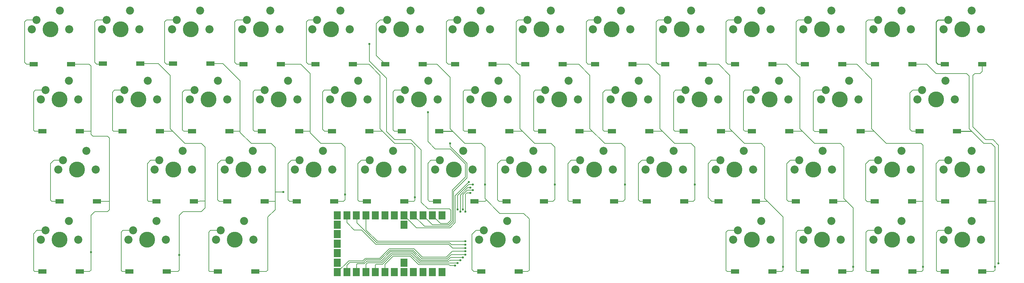
<source format=gtl>
G04 ---------------------------- Layer name :TOP LAYER*
G04 easyEDA 0.1*
G04 Scale: 100 percent, Rotated: No, Reflected: No *
G04 Dimensions in inches *
G04 leading zeros omitted , absolute positions ,2 integer and 4 * 
%FSLAX24Y24*%
%MOIN*%
G90*
G70D02*

%ADD10C,0.010000*%
%ADD11C,0.007874*%
%ADD12C,0.023600*%
%ADD13R,0.085900X0.047700*%
%ADD14R,0.076200X0.086400*%
%ADD15C,0.170000*%
%ADD17C,0.086000*%
%ADD19C,0.087000*%

%LPD*%
%LNVIA PAD TRACK COPPERAREA*%
G54D11*
G01X34126Y52348D02*
G01X33015Y52348D01*
G01X32834Y52166D01*
G01X32834Y48151D01*
G01X33031Y47954D01*
G01X33826Y47954D01*
G01X33827Y47954D01*
G01X26626Y52348D02*
G01X25574Y52348D01*
G01X25393Y52166D01*
G01X25393Y48111D01*
G01X25551Y47954D01*
G01X26346Y47954D01*
G01X26347Y47954D01*
G01X19126Y52348D02*
G01X18054Y52348D01*
G01X17834Y52127D01*
G01X17834Y48111D01*
G01X17992Y47954D01*
G01X18865Y47954D01*
G01X18865Y47954D01*
G01X48898Y41655D02*
G01X48306Y41655D01*
G01X47834Y41182D01*
G01X47834Y39608D01*
G01X47835Y39608D01*
G01X48622Y41379D02*
G01X48267Y41379D01*
G01X48110Y41222D01*
G01X48110Y39372D01*
G01X48110Y39372D01*
G01X11626Y52348D02*
G01X10574Y52348D01*
G01X10354Y52127D01*
G01X10354Y48072D01*
G01X10472Y47954D01*
G01X11424Y47954D01*
G01X11425Y47954D01*
G01X3188Y52348D02*
G01X2110Y52348D01*
G01X1929Y52166D01*
G01X1929Y48072D01*
G01X2047Y47954D01*
G01X2881Y47954D01*
G01X2881Y47954D01*
G01X52874Y44848D02*
G01X51893Y44848D01*
G01X51535Y44489D01*
G01X51535Y40631D01*
G01X51692Y40474D01*
G01X52488Y40474D01*
G01X52489Y40474D01*
G01X2251Y59848D02*
G01X1185Y59848D01*
G01X984Y59647D01*
G01X984Y55316D01*
G01X1181Y55119D01*
G01X1936Y55119D01*
G01X1937Y55120D01*
G01X6881Y47954D02*
G01X8070Y47950D01*
G01X8693Y40474D02*
G01X10039Y40471D01*
G01X9751Y59848D02*
G01X8665Y59848D01*
G01X8464Y59647D01*
G01X8464Y55316D01*
G01X8661Y55119D01*
G01X9267Y55119D01*
G01X9345Y55198D01*
G01X5937Y55120D02*
G01X7873Y55120D01*
G01X8070Y54922D01*
G01X8070Y47639D01*
G01X8267Y47442D01*
G01X9842Y47442D01*
G01X10039Y47245D01*
G01X10039Y39568D01*
G01X9842Y39371D01*
G01X8464Y39371D01*
G01X8070Y38978D01*
G01X8070Y35041D01*
G01X17252Y59848D02*
G01X16145Y59848D01*
G01X15944Y59647D01*
G01X15944Y55316D01*
G01X16141Y55119D01*
G01X16747Y55119D01*
G01X16827Y55199D01*
G01X24752Y59848D02*
G01X23626Y59848D01*
G01X23425Y59647D01*
G01X23425Y55316D01*
G01X23622Y55119D01*
G01X24377Y55119D01*
G01X24377Y55120D01*
G01X32252Y59848D02*
G01X31303Y59848D01*
G01X31102Y59647D01*
G01X31102Y55316D01*
G01X31299Y55119D01*
G01X32054Y55119D01*
G01X32054Y55120D01*
G01X47252Y59848D02*
G01X46263Y59848D01*
G01X46062Y59647D01*
G01X46062Y55316D01*
G01X46259Y55119D01*
G01X47015Y55119D01*
G01X47016Y55120D01*
G01X54752Y59848D02*
G01X53744Y59848D01*
G01X53543Y59647D01*
G01X53543Y55316D01*
G01X53740Y55119D01*
G01X54495Y55119D01*
G01X54496Y55120D01*
G01X62252Y59848D02*
G01X61224Y59848D01*
G01X61023Y59647D01*
G01X61023Y55316D01*
G01X61220Y55119D01*
G01X61975Y55119D01*
G01X61976Y55120D01*
G01X69752Y59848D02*
G01X68704Y59848D01*
G01X68503Y59647D01*
G01X68503Y55316D01*
G01X68700Y55119D01*
G01X69456Y55119D01*
G01X69457Y55120D01*
G01X77252Y59848D02*
G01X76184Y59848D01*
G01X75984Y59647D01*
G01X75984Y55316D01*
G01X76180Y55119D01*
G01X76936Y55119D01*
G01X76936Y55120D01*
G01X84752Y59848D02*
G01X83665Y59848D01*
G01X83464Y59647D01*
G01X83464Y55316D01*
G01X83661Y55119D01*
G01X84417Y55119D01*
G01X84418Y55120D01*
G01X92252Y59848D02*
G01X91145Y59848D01*
G01X90944Y59647D01*
G01X90944Y55316D01*
G01X91141Y55119D01*
G01X91897Y55119D01*
G01X91898Y55120D01*
G54D10*
G01X99752Y59848D02*
G01X98625Y59848D01*
G01X98425Y59647D01*
G01X98425Y55316D01*
G01X98621Y55119D01*
G01X99377Y55119D01*
G01X99378Y55120D01*
G54D11*
G01X13346Y55198D02*
G01X15276Y55198D01*
G01X16535Y53938D01*
G01X16535Y48230D01*
G01X18110Y46655D01*
G01X19881Y46655D01*
G01X20275Y46261D01*
G01X20275Y39765D01*
G01X19881Y39371D01*
G01X17913Y39371D01*
G01X17519Y38978D01*
G01X17520Y34726D01*
G01X19086Y40474D02*
G01X20275Y40484D01*
G01X15425Y47954D02*
G01X16810Y47950D01*
G01X26646Y40474D02*
G01X27755Y40471D01*
G01X28377Y55120D02*
G01X30511Y55120D01*
G01X31496Y54135D01*
G01X31496Y47796D01*
G01X32637Y46655D01*
G01X34842Y46655D01*
G01X35236Y46261D01*
G01X35236Y40985D01*
G01X30347Y47954D02*
G01X31496Y47950D01*
G01X36054Y55120D02*
G01X37794Y55120D01*
G01X38976Y53938D01*
G01X38976Y48230D01*
G01X40551Y46655D01*
G01X42322Y46655D01*
G01X42716Y46261D01*
G01X42716Y40907D01*
G01X37827Y47954D02*
G01X39260Y47950D01*
G01X43536Y55120D02*
G01X45078Y55120D01*
G01X46456Y53741D01*
G01X46456Y48230D01*
G01X48031Y46655D01*
G01X49803Y46655D01*
G01X50196Y46261D01*
G01X50196Y40946D01*
G01X50196Y40946D02*
G01X50196Y40749D01*
G01X51771Y39174D01*
G01X54330Y39174D01*
G01X54921Y38584D01*
G01X54921Y34962D01*
G54D10*
G01X45307Y47954D02*
G01X46740Y47950D01*
G54D11*
G01X51016Y55120D02*
G01X52755Y55120D01*
G01X53936Y53938D01*
G01X53936Y48230D01*
G01X55511Y46655D01*
G01X57283Y46655D01*
G01X57677Y46261D01*
G01X57677Y40946D01*
G01X52788Y47954D02*
G01X54210Y47960D01*
G01X58496Y55120D02*
G01X60235Y55120D01*
G01X61417Y53938D01*
G01X61417Y48230D01*
G01X62992Y46655D01*
G01X64763Y46655D01*
G01X65157Y46261D01*
G01X65157Y40946D01*
G01X60307Y47954D02*
G01X61690Y47960D01*
G01X65976Y55120D02*
G01X67716Y55120D01*
G01X68897Y53938D01*
G01X68897Y48230D01*
G01X70472Y46655D01*
G01X72243Y46655D01*
G01X72637Y46261D01*
G01X72637Y40946D01*
G01X67786Y47954D02*
G01X69170Y47960D01*
G01X73457Y55120D02*
G01X75196Y55120D01*
G01X76377Y53938D01*
G01X76377Y48230D01*
G01X77952Y46655D01*
G01X79724Y46655D01*
G01X80118Y46261D01*
G01X80118Y40749D01*
G01X81102Y39765D01*
G01X81102Y39765D02*
G01X82085Y38781D01*
G01X82086Y33466D01*
G01X79166Y40474D02*
G01X80383Y40479D01*
G01X75425Y47954D02*
G01X76650Y47960D01*
G01X80936Y55120D02*
G01X82479Y55120D01*
G01X83858Y53741D01*
G01X83858Y48230D01*
G01X85432Y46655D01*
G01X88188Y46655D01*
G01X88582Y46261D01*
G01X88582Y40749D01*
G01X89566Y39765D01*
G01X89566Y33466D01*
G01X87433Y40474D02*
G01X88859Y40479D01*
G01X82748Y47954D02*
G01X84133Y47954D01*
G01X88418Y55120D02*
G01X89960Y55120D01*
G01X91535Y53544D01*
G01X91535Y48230D01*
G01X93110Y46655D01*
G01X96850Y46655D01*
G01X97047Y46458D01*
G01X97047Y33466D01*
G01X95858Y40474D02*
G01X97050Y40479D01*
G01X90385Y47954D02*
G01X91820Y47950D01*
G01X95898Y55120D02*
G01X97440Y55120D01*
G01X98425Y54135D01*
G01X101692Y54135D01*
G01X101968Y53859D01*
G01X101968Y48229D01*
G01X103543Y46655D01*
G01X104330Y46655D01*
G01X104724Y46261D01*
G01X104724Y41576D01*
G01X104724Y33466D02*
G01X104724Y40158D01*
G01X104724Y41576D01*
G54D10*
G01X100660Y47954D02*
G01X102240Y47960D01*
G54D11*
G01X20827Y55199D02*
G01X22164Y55199D01*
G01X24015Y53348D01*
G01X24015Y47836D01*
G01X25196Y46655D01*
G01X27322Y46655D01*
G01X27755Y46222D01*
G01X27755Y41379D01*
G01X27755Y41379D02*
G01X27755Y39568D01*
G01X26968Y38781D01*
G01X26968Y34450D01*
G01X22865Y47954D02*
G01X24015Y47960D01*
G01X103378Y55120D02*
G01X103378Y54364D01*
G01X103149Y54135D01*
G01X102558Y54135D01*
G01X102361Y53938D01*
G01X102361Y48426D01*
G01X103740Y47048D01*
G01X104527Y47048D01*
G01X105117Y46458D01*
G01X105118Y33820D01*
G01X37835Y57285D02*
G01X37835Y55473D01*
G01X39685Y53623D01*
G01X39685Y47915D01*
G01X40551Y47048D01*
G01X42283Y47048D01*
G01X43385Y45946D01*
G01X43385Y40355D01*
G01X44094Y39647D01*
G01X45354Y39647D01*
G01X27755Y41458D02*
G01X28622Y41458D01*
G01X46457Y46655D02*
G01X46457Y46339D01*
G01X48267Y44529D01*
G01X48267Y43663D01*
G01X44094Y50002D02*
G01X44094Y46852D01*
G01X44881Y46064D01*
G01X46495Y46064D01*
G01X48110Y44450D01*
G01X48110Y43663D01*
G01X39752Y59848D02*
G01X38980Y59848D01*
G01X38582Y59450D01*
G01X38582Y56073D01*
G01X39536Y55120D01*
G01X48110Y36183D02*
G01X38700Y36183D01*
G01X37480Y37403D01*
G01X37480Y38960D01*
G01X37463Y38978D01*
G01X48109Y35828D02*
G01X46614Y35828D01*
G01X46417Y36025D01*
G01X38622Y36025D01*
G01X36496Y38151D01*
G01X36496Y38929D01*
G01X36447Y38978D01*
G01X48110Y35474D02*
G01X46732Y35474D01*
G01X46338Y35867D01*
G01X38543Y35867D01*
G01X37007Y37403D01*
G01X36220Y37403D01*
G01X35433Y38190D01*
G01X35433Y38976D01*
G01X35430Y38978D01*
G01X47008Y33584D02*
G01X46456Y33584D01*
G01X46338Y33702D01*
G01X43110Y33702D01*
G01X42204Y34607D01*
G01X40354Y34607D01*
G01X39488Y33741D01*
G01X39488Y32887D01*
G01X39494Y32882D01*
G01X47559Y34175D02*
G01X46456Y34175D01*
G01X46299Y34017D01*
G01X43267Y34017D01*
G01X42362Y34922D01*
G01X40196Y34922D01*
G01X39173Y33899D01*
G01X37637Y33899D01*
G01X37480Y33741D01*
G01X37480Y32900D01*
G01X37462Y32882D01*
G01X47835Y34450D02*
G01X46495Y34450D01*
G01X46220Y34174D01*
G01X43346Y34174D01*
G01X42440Y35080D01*
G01X40118Y35080D01*
G01X39094Y34056D01*
G01X37558Y34056D01*
G01X37283Y33781D01*
G01X36535Y33781D01*
G01X36456Y33702D01*
G01X36456Y32892D01*
G01X36446Y32882D01*
G01X48110Y34765D02*
G01X46574Y34765D01*
G01X46141Y34332D01*
G01X43425Y34332D01*
G01X42519Y35237D01*
G01X40039Y35237D01*
G01X39015Y34214D01*
G01X37480Y34214D01*
G01X37204Y33938D01*
G01X35748Y33938D01*
G01X35433Y33623D01*
G01X35433Y32885D01*
G01X35429Y32882D01*
G01X48622Y41931D02*
G01X48346Y41931D01*
G01X47559Y41143D01*
G01X47559Y39373D01*
G01X47558Y39372D01*
G01X48898Y42246D02*
G01X48425Y42246D01*
G01X47283Y41104D01*
G01X47283Y39608D01*
G01X47283Y39608D01*
G01X48267Y43663D02*
G01X48267Y42954D01*
G01X46850Y41537D01*
G01X46850Y38269D01*
G01X46377Y37796D01*
G01X43723Y37796D01*
G01X42541Y38978D01*
G01X48110Y43663D02*
G01X48110Y43072D01*
G01X46692Y41655D01*
G01X46692Y38348D01*
G01X46299Y37954D01*
G01X44581Y37954D01*
G01X43558Y38978D01*
G01X45354Y39647D02*
G01X46417Y39647D01*
G01X46535Y39529D01*
G01X46535Y38426D01*
G01X46220Y38111D01*
G01X45440Y38111D01*
G01X44574Y38978D01*
G01X35236Y40986D02*
G01X35236Y40631D01*
G01X35078Y40474D01*
G01X34087Y40474D01*
G01X34087Y40474D01*
G01X30374Y44848D02*
G01X29491Y44848D01*
G01X29133Y44489D01*
G01X29133Y40631D01*
G01X29291Y40474D01*
G01X30086Y40474D01*
G01X30087Y40474D01*
G01X72638Y40946D02*
G01X72638Y40631D01*
G01X72480Y40474D01*
G01X71488Y40474D01*
G01X71488Y40474D01*
G01X67874Y44848D02*
G01X66972Y44848D01*
G01X66614Y44489D01*
G01X66614Y40631D01*
G01X66771Y40474D01*
G01X67487Y40474D01*
G01X67488Y40474D01*
G01X42716Y40907D02*
G01X42716Y40592D01*
G01X42598Y40474D01*
G01X41567Y40474D01*
G01X41566Y40474D01*
G01X37874Y44848D02*
G01X36972Y44848D01*
G01X36614Y44489D01*
G01X36614Y40592D01*
G01X36732Y40474D01*
G01X37566Y40474D01*
G01X37566Y40474D01*
G01X49086Y40474D02*
G01X50197Y40474D01*
G01X50335Y40612D01*
G01X45374Y44848D02*
G01X44413Y44848D01*
G01X44094Y44529D01*
G01X44094Y40631D01*
G01X44251Y40474D01*
G01X45085Y40474D01*
G01X45086Y40474D01*
G01X65156Y40946D02*
G01X65156Y40670D01*
G01X64960Y40474D01*
G01X64008Y40474D01*
G01X64007Y40474D01*
G01X60374Y44848D02*
G01X59413Y44848D01*
G01X59054Y44489D01*
G01X59054Y40592D01*
G01X59173Y40474D01*
G01X60007Y40474D01*
G01X60008Y40474D01*
G01X57677Y40946D02*
G01X57677Y40670D01*
G01X57480Y40474D01*
G01X56489Y40474D01*
G01X56489Y40474D01*
G01X48465Y42521D02*
G01X48464Y42521D01*
G01X47007Y41064D01*
G01X47007Y38190D01*
G01X46456Y37639D01*
G01X42864Y37639D01*
G01X41526Y38978D01*
G01X50063Y37348D02*
G01X49236Y37348D01*
G01X48818Y36930D01*
G01X48818Y33151D01*
G01X49015Y32954D01*
G01X49810Y32954D01*
G01X49811Y32954D01*
G01X54921Y34962D02*
G01X54921Y33111D01*
G01X54763Y32954D01*
G01X53811Y32954D01*
G01X53811Y32954D01*
G01X3188Y37348D02*
G01X2267Y37348D01*
G01X1929Y37009D01*
G01X1929Y33072D01*
G01X2047Y32954D01*
G01X2881Y32954D01*
G01X2881Y32954D01*
G01X8070Y35041D02*
G01X8070Y33112D01*
G01X7913Y32954D01*
G01X6882Y32954D01*
G01X6881Y32954D01*
G01X12563Y37348D02*
G01X11480Y37348D01*
G01X11299Y37166D01*
G01X11299Y33072D01*
G01X11417Y32954D01*
G01X12172Y32954D01*
G01X12173Y32954D01*
G01X17520Y34726D02*
G01X17520Y33112D01*
G01X17362Y32954D01*
G01X16173Y32954D01*
G01X16173Y32954D01*
G01X21937Y37348D02*
G01X20850Y37348D01*
G01X20669Y37166D01*
G01X20669Y33033D01*
G01X20748Y32954D01*
G01X21621Y32954D01*
G01X21622Y32954D01*
G01X26969Y34450D02*
G01X26969Y33112D01*
G01X26811Y32954D01*
G01X25622Y32954D01*
G01X25622Y32954D01*
G01X77252Y37348D02*
G01X76165Y37348D01*
G01X75984Y37166D01*
G01X75984Y33072D01*
G01X76102Y32954D01*
G01X76936Y32954D01*
G01X76936Y32954D01*
G01X82086Y33466D02*
G01X82086Y33112D01*
G01X81929Y32954D01*
G01X80937Y32954D01*
G01X80936Y32954D01*
G01X84752Y37348D02*
G01X83684Y37348D01*
G01X83464Y37127D01*
G01X83464Y33072D01*
G01X83582Y32954D01*
G01X84416Y32954D01*
G01X84417Y32954D01*
G01X89567Y33466D02*
G01X89567Y33072D01*
G01X89448Y32954D01*
G01X88417Y32954D01*
G01X88417Y32954D01*
G01X92252Y37348D02*
G01X91125Y37348D01*
G01X90944Y37166D01*
G01X90944Y33072D01*
G01X91062Y32954D01*
G01X91897Y32954D01*
G01X91898Y32954D01*
G01X97047Y33466D02*
G01X97047Y33111D01*
G01X96889Y32954D01*
G01X95898Y32954D01*
G01X95898Y32954D01*
G01X99752Y37348D02*
G01X98684Y37348D01*
G01X98464Y37127D01*
G01X98464Y33072D01*
G01X98582Y32954D01*
G01X99377Y32954D01*
G01X99378Y32954D01*
G01X104724Y33466D02*
G01X104724Y33111D01*
G01X104566Y32954D01*
G01X103378Y32954D01*
G01X103378Y32954D01*
G01X48110Y35119D02*
G01X46692Y35119D01*
G01X46062Y34489D01*
G01X43503Y34489D01*
G01X42598Y35395D01*
G01X39960Y35395D01*
G01X38936Y34371D01*
G01X37401Y34371D01*
G01X37125Y34096D01*
G01X35628Y34096D01*
G01X34414Y32882D01*
G01X47283Y33860D02*
G01X43188Y33860D01*
G01X42283Y34765D01*
G01X40275Y34765D01*
G01X39251Y33741D01*
G01X38543Y33741D01*
G01X38464Y33663D01*
G01X38464Y32895D01*
G01X38478Y32882D01*
G01X75374Y44848D02*
G01X74413Y44848D01*
G01X74055Y44489D01*
G01X74055Y40867D01*
G01X74448Y40474D01*
G01X75165Y40474D01*
G01X75166Y40474D01*
G01X83810Y44848D02*
G01X82838Y44848D01*
G01X82480Y44489D01*
G01X82480Y40631D01*
G01X82637Y40474D01*
G01X83432Y40474D01*
G01X83433Y40474D01*
G01X92252Y44848D02*
G01X91302Y44848D01*
G01X90905Y44450D01*
G01X90905Y40592D01*
G01X91062Y40434D01*
G01X91819Y40434D01*
G01X91858Y40474D01*
G01X103417Y40474D02*
G01X104724Y40474D01*
G01X99752Y44848D02*
G01X98783Y44848D01*
G01X98425Y44489D01*
G01X98425Y40631D01*
G01X98582Y40474D01*
G01X99416Y40474D01*
G01X99417Y40474D01*
G01X22874Y44848D02*
G01X21972Y44848D01*
G01X21614Y44489D01*
G01X21614Y40631D01*
G01X21771Y40474D01*
G01X22645Y40474D01*
G01X22646Y40474D01*
G01X15374Y44848D02*
G01X14452Y44848D01*
G01X14094Y44489D01*
G01X14094Y40592D01*
G01X14212Y40474D01*
G01X15086Y40474D01*
G01X15087Y40474D01*
G01X5063Y44848D02*
G01X4098Y44848D01*
G01X3740Y44489D01*
G01X3740Y40592D01*
G01X3858Y40474D01*
G01X4692Y40474D01*
G01X4693Y40474D01*
G01X96936Y52348D02*
G01X95928Y52348D01*
G01X95629Y52048D01*
G01X95629Y48151D01*
G01X95826Y47954D01*
G01X96660Y47954D01*
G01X96660Y47954D01*
G01X86626Y52348D02*
G01X85535Y52348D01*
G01X85314Y52127D01*
G01X85314Y48072D01*
G01X85472Y47915D01*
G01X86347Y47915D01*
G01X86385Y47954D01*
G01X79126Y52348D02*
G01X78015Y52348D01*
G01X77834Y52166D01*
G01X77834Y48111D01*
G01X77992Y47954D01*
G01X78747Y47954D01*
G01X78748Y47954D01*
G01X71626Y52348D02*
G01X70574Y52348D01*
G01X70354Y52127D01*
G01X70354Y48111D01*
G01X70511Y47954D01*
G01X71424Y47954D01*
G01X71425Y47954D01*
G01X64126Y52348D02*
G01X63054Y52348D01*
G01X62795Y52088D01*
G01X62795Y48111D01*
G01X62952Y47954D01*
G01X63786Y47954D01*
G01X63786Y47954D01*
G01X56626Y52348D02*
G01X55574Y52348D01*
G01X55393Y52166D01*
G01X55393Y48072D01*
G01X55511Y47954D01*
G01X56306Y47954D01*
G01X56307Y47954D01*
G01X49126Y52348D02*
G01X48015Y52348D01*
G01X47873Y52206D01*
G01X47873Y48072D01*
G01X47991Y47954D01*
G01X48787Y47954D01*
G01X48788Y47954D01*
G01X41626Y52348D02*
G01X40535Y52348D01*
G01X40354Y52166D01*
G01X40354Y48111D01*
G01X40511Y47954D01*
G01X41306Y47954D01*
G01X41307Y47954D01*
G54D13*
G01X5937Y55120D03*
G01X1937Y55120D03*
G01X6881Y47954D03*
G01X2881Y47954D03*
G01X8693Y40474D03*
G01X4693Y40474D03*
G01X6881Y32954D03*
G01X2881Y32954D03*
G01X13346Y55198D03*
G01X9345Y55198D03*
G01X20827Y55199D03*
G01X16827Y55199D03*
G01X28377Y55120D03*
G01X24377Y55120D03*
G01X36054Y55120D03*
G01X32054Y55120D03*
G01X43536Y55120D03*
G01X39536Y55120D03*
G01X51016Y55120D03*
G01X47016Y55120D03*
G01X58496Y55120D03*
G01X54496Y55120D03*
G01X65976Y55120D03*
G01X61976Y55120D03*
G01X73457Y55120D03*
G01X69457Y55120D03*
G01X80936Y55120D03*
G01X76936Y55120D03*
G01X88418Y55120D03*
G01X84418Y55120D03*
G01X95898Y55120D03*
G01X91898Y55120D03*
G01X103378Y55120D03*
G01X99378Y55120D03*
G01X15425Y47954D03*
G01X11425Y47954D03*
G01X22865Y47954D03*
G01X18865Y47954D03*
G01X30347Y47954D03*
G01X26347Y47954D03*
G01X37827Y47954D03*
G01X33827Y47954D03*
G01X45307Y47954D03*
G01X41307Y47954D03*
G01X52788Y47954D03*
G01X48788Y47954D03*
G01X60307Y47954D03*
G01X56307Y47954D03*
G01X67786Y47954D03*
G01X63786Y47954D03*
G01X75425Y47954D03*
G01X71425Y47954D03*
G01X82748Y47954D03*
G01X78748Y47954D03*
G01X90385Y47954D03*
G01X86385Y47954D03*
G01X19087Y40474D03*
G01X15087Y40474D03*
G01X26646Y40474D03*
G01X22646Y40474D03*
G01X34087Y40474D03*
G01X30087Y40474D03*
G01X41566Y40474D03*
G01X37566Y40474D03*
G01X49086Y40474D03*
G01X45086Y40474D03*
G01X56489Y40474D03*
G01X52489Y40474D03*
G01X64007Y40474D03*
G01X60008Y40474D03*
G01X71488Y40474D03*
G01X67488Y40474D03*
G01X79166Y40474D03*
G01X75166Y40474D03*
G01X87433Y40474D03*
G01X83433Y40474D03*
G01X95858Y40474D03*
G01X91858Y40474D03*
G01X103417Y40474D03*
G01X99417Y40474D03*
G01X16173Y32954D03*
G01X12173Y32954D03*
G01X25622Y32954D03*
G01X21622Y32954D03*
G01X53811Y32954D03*
G01X49811Y32954D03*
G01X80936Y32954D03*
G01X76936Y32954D03*
G01X88417Y32954D03*
G01X84417Y32954D03*
G01X95898Y32954D03*
G01X91898Y32954D03*
G01X103378Y32954D03*
G01X99378Y32954D03*
G01X100660Y47954D03*
G01X96660Y47954D03*
G54D14*
G01X45590Y38978D03*
G01X44574Y38978D03*
G01X43558Y38978D03*
G01X42541Y38978D03*
G01X41526Y38978D03*
G01X40510Y38978D03*
G01X39494Y38978D03*
G01X38478Y38978D03*
G01X37462Y38978D03*
G01X36446Y38978D03*
G01X35429Y38978D03*
G01X34414Y38978D03*
G01X34414Y37962D03*
G01X34414Y36946D03*
G01X34414Y35929D03*
G01X34414Y34914D03*
G01X34414Y33898D03*
G01X34414Y32882D03*
G01X35429Y32882D03*
G01X36446Y32882D03*
G01X37462Y32882D03*
G01X38478Y32882D03*
G01X39494Y32882D03*
G01X40510Y32882D03*
G01X41526Y32882D03*
G01X42541Y32882D03*
G01X43558Y32882D03*
G01X44574Y32882D03*
G01X45590Y32882D03*
G01X41526Y33898D03*
G01X41526Y37962D03*
G54D15*
G01X3751Y58848D03*
G54D17*
G01X2251Y59848D03*
G01X4751Y60848D03*
G54D19*
G01X1751Y58848D03*
G01X5751Y58848D03*
G54D15*
G01X11251Y58848D03*
G54D17*
G01X9751Y59848D03*
G01X12251Y60848D03*
G54D19*
G01X9251Y58848D03*
G01X13251Y58848D03*
G54D15*
G01X18752Y58848D03*
G54D17*
G01X17252Y59848D03*
G01X19752Y60848D03*
G54D19*
G01X16752Y58848D03*
G01X20752Y58848D03*
G54D15*
G01X26252Y58848D03*
G54D17*
G01X24752Y59848D03*
G01X27252Y60848D03*
G54D19*
G01X24252Y58848D03*
G01X28252Y58848D03*
G54D15*
G01X33752Y58848D03*
G54D17*
G01X32252Y59848D03*
G01X34752Y60848D03*
G54D19*
G01X31752Y58848D03*
G01X35752Y58848D03*
G54D15*
G01X41252Y58848D03*
G54D17*
G01X39752Y59848D03*
G01X42252Y60848D03*
G54D19*
G01X39252Y58848D03*
G01X43252Y58848D03*
G54D15*
G01X48752Y58848D03*
G54D17*
G01X47252Y59848D03*
G01X49752Y60848D03*
G54D19*
G01X46752Y58848D03*
G01X50752Y58848D03*
G54D15*
G01X56252Y58848D03*
G54D17*
G01X54752Y59848D03*
G01X57252Y60848D03*
G54D19*
G01X54252Y58848D03*
G01X58252Y58848D03*
G54D15*
G01X63752Y58848D03*
G54D17*
G01X62252Y59848D03*
G01X64752Y60848D03*
G54D19*
G01X61752Y58848D03*
G01X65752Y58848D03*
G54D15*
G01X71252Y58848D03*
G54D17*
G01X69752Y59848D03*
G01X72252Y60848D03*
G54D19*
G01X69252Y58848D03*
G01X73252Y58848D03*
G54D15*
G01X78752Y58848D03*
G54D17*
G01X77252Y59848D03*
G01X79752Y60848D03*
G54D19*
G01X76752Y58848D03*
G01X80752Y58848D03*
G54D15*
G01X86252Y58848D03*
G54D17*
G01X84752Y59848D03*
G01X87252Y60848D03*
G54D19*
G01X84252Y58848D03*
G01X88252Y58848D03*
G54D15*
G01X93752Y58848D03*
G54D17*
G01X92252Y59848D03*
G01X94752Y60848D03*
G54D19*
G01X91752Y58848D03*
G01X95752Y58848D03*
G54D15*
G01X101252Y58848D03*
G54D17*
G01X99752Y59848D03*
G01X102252Y60848D03*
G54D19*
G01X99252Y58848D03*
G01X103252Y58848D03*
G54D15*
G01X4688Y51348D03*
G54D17*
G01X3188Y52348D03*
G01X5688Y53348D03*
G54D19*
G01X2688Y51348D03*
G01X6688Y51348D03*
G54D15*
G01X6563Y43848D03*
G54D17*
G01X5063Y44848D03*
G01X7563Y45848D03*
G54D19*
G01X4563Y43848D03*
G01X8563Y43848D03*
G54D15*
G01X4688Y36348D03*
G54D17*
G01X3188Y37348D03*
G01X5688Y38348D03*
G54D19*
G01X2688Y36348D03*
G01X6688Y36348D03*
G54D15*
G01X13126Y51348D03*
G54D17*
G01X11626Y52348D03*
G01X14126Y53348D03*
G54D19*
G01X11126Y51348D03*
G01X15126Y51348D03*
G54D15*
G01X20626Y51348D03*
G54D17*
G01X19126Y52348D03*
G01X21626Y53348D03*
G54D19*
G01X18626Y51348D03*
G01X22626Y51348D03*
G54D15*
G01X28126Y51348D03*
G54D17*
G01X26626Y52348D03*
G01X29126Y53348D03*
G54D19*
G01X26126Y51348D03*
G01X30126Y51348D03*
G54D15*
G01X35626Y51348D03*
G54D17*
G01X34126Y52348D03*
G01X36626Y53348D03*
G54D19*
G01X33626Y51348D03*
G01X37626Y51348D03*
G54D15*
G01X43126Y51348D03*
G54D17*
G01X41626Y52348D03*
G01X44126Y53348D03*
G54D19*
G01X41126Y51348D03*
G01X45126Y51348D03*
G54D15*
G01X50626Y51348D03*
G54D17*
G01X49126Y52348D03*
G01X51626Y53348D03*
G54D19*
G01X48626Y51348D03*
G01X52626Y51348D03*
G54D15*
G01X58126Y51348D03*
G54D17*
G01X56626Y52348D03*
G01X59126Y53348D03*
G54D19*
G01X56126Y51348D03*
G01X60126Y51348D03*
G54D15*
G01X65626Y51348D03*
G54D17*
G01X64126Y52348D03*
G01X66626Y53348D03*
G54D19*
G01X63626Y51348D03*
G01X67626Y51348D03*
G54D15*
G01X73126Y51348D03*
G54D17*
G01X71626Y52348D03*
G01X74126Y53348D03*
G54D19*
G01X71126Y51348D03*
G01X75126Y51348D03*
G54D15*
G01X80626Y51348D03*
G54D17*
G01X79126Y52348D03*
G01X81626Y53348D03*
G54D19*
G01X78626Y51348D03*
G01X82626Y51348D03*
G54D15*
G01X88126Y51348D03*
G54D17*
G01X86626Y52348D03*
G01X89126Y53348D03*
G54D19*
G01X86126Y51348D03*
G01X90126Y51348D03*
G54D15*
G01X98436Y51348D03*
G54D17*
G01X96936Y52348D03*
G01X99436Y53348D03*
G54D19*
G01X96436Y51348D03*
G01X100436Y51348D03*
G54D15*
G01X16874Y43848D03*
G54D17*
G01X15374Y44848D03*
G01X17874Y45848D03*
G54D19*
G01X14874Y43848D03*
G01X18874Y43848D03*
G54D15*
G01X24374Y43848D03*
G54D17*
G01X22874Y44848D03*
G01X25374Y45848D03*
G54D19*
G01X22374Y43848D03*
G01X26374Y43848D03*
G54D15*
G01X31874Y43848D03*
G54D17*
G01X30374Y44848D03*
G01X32874Y45848D03*
G54D19*
G01X29874Y43848D03*
G01X33874Y43848D03*
G54D15*
G01X39374Y43848D03*
G54D17*
G01X37874Y44848D03*
G01X40374Y45848D03*
G54D19*
G01X37374Y43848D03*
G01X41374Y43848D03*
G54D15*
G01X46874Y43848D03*
G54D17*
G01X45374Y44848D03*
G01X47874Y45848D03*
G54D19*
G01X44874Y43848D03*
G01X48874Y43848D03*
G54D15*
G01X54374Y43848D03*
G54D17*
G01X52874Y44848D03*
G01X55374Y45848D03*
G54D19*
G01X52374Y43848D03*
G01X56374Y43848D03*
G54D15*
G01X61874Y43848D03*
G54D17*
G01X60374Y44848D03*
G01X62874Y45848D03*
G54D19*
G01X59874Y43848D03*
G01X63874Y43848D03*
G54D15*
G01X69374Y43848D03*
G54D17*
G01X67874Y44848D03*
G01X70374Y45848D03*
G54D19*
G01X67374Y43848D03*
G01X71374Y43848D03*
G54D15*
G01X76874Y43848D03*
G54D17*
G01X75374Y44848D03*
G01X77874Y45848D03*
G54D19*
G01X74874Y43848D03*
G01X78874Y43848D03*
G54D15*
G01X85310Y43848D03*
G54D17*
G01X83810Y44848D03*
G01X86310Y45848D03*
G54D19*
G01X83310Y43848D03*
G01X87310Y43848D03*
G54D15*
G01X93752Y43848D03*
G54D17*
G01X92252Y44848D03*
G01X94752Y45848D03*
G54D19*
G01X91752Y43848D03*
G01X95752Y43848D03*
G54D15*
G01X101252Y43848D03*
G54D17*
G01X99752Y44848D03*
G01X102252Y45848D03*
G54D19*
G01X99252Y43848D03*
G01X103252Y43848D03*
G54D15*
G01X14063Y36348D03*
G54D17*
G01X12563Y37348D03*
G01X15063Y38348D03*
G54D19*
G01X12063Y36348D03*
G01X16063Y36348D03*
G54D15*
G01X23437Y36348D03*
G54D17*
G01X21937Y37348D03*
G01X24437Y38348D03*
G54D19*
G01X21437Y36348D03*
G01X25437Y36348D03*
G54D15*
G01X51563Y36348D03*
G54D17*
G01X50063Y37348D03*
G01X52563Y38348D03*
G54D19*
G01X49563Y36348D03*
G01X53563Y36348D03*
G54D15*
G01X78752Y36348D03*
G54D17*
G01X77252Y37348D03*
G01X79752Y38348D03*
G54D19*
G01X76752Y36348D03*
G01X80752Y36348D03*
G54D15*
G01X86252Y36348D03*
G54D17*
G01X84752Y37348D03*
G01X87252Y38348D03*
G54D19*
G01X84252Y36348D03*
G01X88252Y36348D03*
G54D15*
G01X93752Y36348D03*
G54D17*
G01X92252Y37348D03*
G01X94752Y38348D03*
G54D19*
G01X91752Y36348D03*
G01X95752Y36348D03*
G54D15*
G01X101252Y36348D03*
G54D17*
G01X99752Y37348D03*
G01X102252Y38348D03*
G54D19*
G01X99252Y36348D03*
G01X103252Y36348D03*
G54D12*
G01X48110Y35474D03*
G01X48110Y36183D03*
G01X97047Y33466D03*
G01X48622Y41379D03*
G01X48898Y41655D03*
G01X48622Y41931D03*
G01X48898Y42246D03*
G01X50197Y42246D03*
G01X57677Y42246D03*
G01X65156Y42246D03*
G01X42716Y40907D03*
G01X46457Y46655D03*
G01X44094Y50002D03*
G01X37835Y57285D03*
G01X35236Y41183D03*
G01X28622Y41458D03*
G01X8070Y35041D03*
G01X17520Y34726D03*
G01X105118Y33821D03*
G01X104724Y33466D03*
G01X82086Y33466D03*
G01X89567Y33466D03*
G01X72638Y42246D03*
G01X48109Y35828D03*
G01X48110Y34765D03*
G01X48110Y35119D03*
G01X48110Y39372D03*
G01X47835Y34450D03*
G01X47559Y34175D03*
G01X47283Y33860D03*
G01X47008Y33584D03*
G01X47835Y39608D03*
G01X47558Y39372D03*
G01X47283Y39608D03*
G01X48465Y42521D03*

M00*
M02*
</source>
